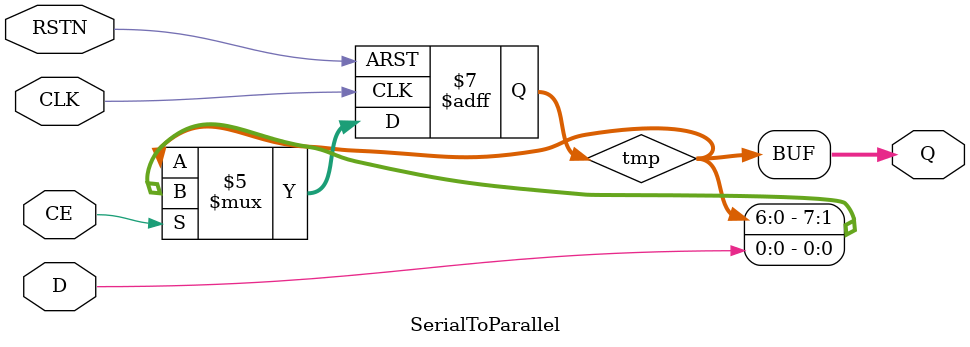
<source format=v>

module SerialToParallel ( D, Q, CE, RSTN, CLK) /* synthesis GSR="ENABLED" */;
parameter WIDTH = 8;
parameter INITIAL_VALUE = { WIDTH{1'b0} };

input wire D; // Serial Shift Input
input wire CE, RSTN, CLK;
output wire [(WIDTH-1):0] Q; 

reg [(WIDTH-1):0] tmp;

	assign Q = tmp;

	always @(posedge CLK or negedge RSTN) begin
		if (RSTN == 1'b0) 
			tmp <= INITIAL_VALUE;
		else begin
			if ( CE == 1'b1 )
				tmp <= { tmp[(WIDTH-2):0], D };
			else
				tmp <= tmp;
		end
	end
endmodule
</source>
